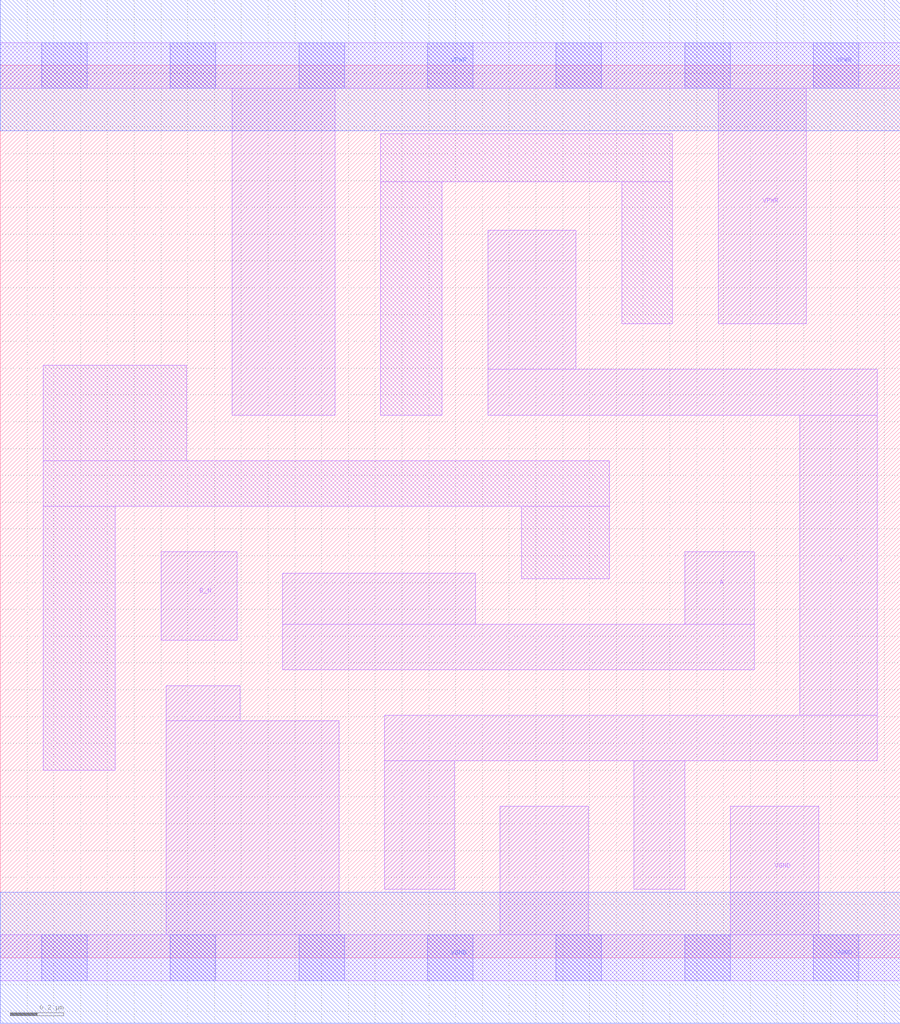
<source format=lef>
# Copyright 2020 The SkyWater PDK Authors
#
# Licensed under the Apache License, Version 2.0 (the "License");
# you may not use this file except in compliance with the License.
# You may obtain a copy of the License at
#
#     https://www.apache.org/licenses/LICENSE-2.0
#
# Unless required by applicable law or agreed to in writing, software
# distributed under the License is distributed on an "AS IS" BASIS,
# WITHOUT WARRANTIES OR CONDITIONS OF ANY KIND, either express or implied.
# See the License for the specific language governing permissions and
# limitations under the License.
#
# SPDX-License-Identifier: Apache-2.0

VERSION 5.7 ;
  NAMESCASESENSITIVE ON ;
  NOWIREEXTENSIONATPIN ON ;
  DIVIDERCHAR "/" ;
  BUSBITCHARS "[]" ;
UNITS
  DATABASE MICRONS 200 ;
END UNITS
MACRO sky130_fd_sc_lp__nor2b_2
  CLASS CORE ;
  SOURCE USER ;
  FOREIGN sky130_fd_sc_lp__nor2b_2 ;
  ORIGIN  0.000000  0.000000 ;
  SIZE  3.360000 BY  3.330000 ;
  SYMMETRY X Y R90 ;
  SITE unit ;
  PIN A
    ANTENNAGATEAREA  0.630000 ;
    DIRECTION INPUT ;
    USE SIGNAL ;
    PORT
      LAYER li1 ;
        RECT 1.055000 1.075000 2.815000 1.245000 ;
        RECT 1.055000 1.245000 1.775000 1.435000 ;
        RECT 2.555000 1.245000 2.815000 1.515000 ;
    END
  END A
  PIN B_N
    ANTENNAGATEAREA  0.126000 ;
    DIRECTION INPUT ;
    USE SIGNAL ;
    PORT
      LAYER li1 ;
        RECT 0.600000 1.185000 0.885000 1.515000 ;
    END
  END B_N
  PIN Y
    ANTENNADIFFAREA  0.823200 ;
    DIRECTION OUTPUT ;
    USE SIGNAL ;
    PORT
      LAYER li1 ;
        RECT 1.435000 0.255000 1.695000 0.735000 ;
        RECT 1.435000 0.735000 3.275000 0.905000 ;
        RECT 1.820000 2.025000 3.275000 2.195000 ;
        RECT 1.820000 2.195000 2.150000 2.715000 ;
        RECT 2.365000 0.255000 2.555000 0.735000 ;
        RECT 2.985000 0.905000 3.275000 2.025000 ;
    END
  END Y
  PIN VGND
    DIRECTION INOUT ;
    USE GROUND ;
    PORT
      LAYER li1 ;
        RECT 0.000000 -0.085000 3.360000 0.085000 ;
        RECT 0.620000  0.085000 1.265000 0.885000 ;
        RECT 0.620000  0.885000 0.895000 1.015000 ;
        RECT 1.865000  0.085000 2.195000 0.565000 ;
        RECT 2.725000  0.085000 3.055000 0.565000 ;
      LAYER mcon ;
        RECT 0.155000 -0.085000 0.325000 0.085000 ;
        RECT 0.635000 -0.085000 0.805000 0.085000 ;
        RECT 1.115000 -0.085000 1.285000 0.085000 ;
        RECT 1.595000 -0.085000 1.765000 0.085000 ;
        RECT 2.075000 -0.085000 2.245000 0.085000 ;
        RECT 2.555000 -0.085000 2.725000 0.085000 ;
        RECT 3.035000 -0.085000 3.205000 0.085000 ;
      LAYER met1 ;
        RECT 0.000000 -0.245000 3.360000 0.245000 ;
    END
  END VGND
  PIN VPWR
    DIRECTION INOUT ;
    USE POWER ;
    PORT
      LAYER li1 ;
        RECT 0.000000 3.245000 3.360000 3.415000 ;
        RECT 0.865000 2.025000 1.250000 3.245000 ;
        RECT 2.680000 2.365000 3.010000 3.245000 ;
      LAYER mcon ;
        RECT 0.155000 3.245000 0.325000 3.415000 ;
        RECT 0.635000 3.245000 0.805000 3.415000 ;
        RECT 1.115000 3.245000 1.285000 3.415000 ;
        RECT 1.595000 3.245000 1.765000 3.415000 ;
        RECT 2.075000 3.245000 2.245000 3.415000 ;
        RECT 2.555000 3.245000 2.725000 3.415000 ;
        RECT 3.035000 3.245000 3.205000 3.415000 ;
      LAYER met1 ;
        RECT 0.000000 3.085000 3.360000 3.575000 ;
    END
  END VPWR
  OBS
    LAYER li1 ;
      RECT 0.160000 0.700000 0.430000 1.685000 ;
      RECT 0.160000 1.685000 2.275000 1.855000 ;
      RECT 0.160000 1.855000 0.695000 2.210000 ;
      RECT 1.420000 2.025000 1.650000 2.895000 ;
      RECT 1.420000 2.895000 2.510000 3.075000 ;
      RECT 1.945000 1.415000 2.275000 1.685000 ;
      RECT 2.320000 2.365000 2.510000 2.895000 ;
  END
END sky130_fd_sc_lp__nor2b_2

</source>
